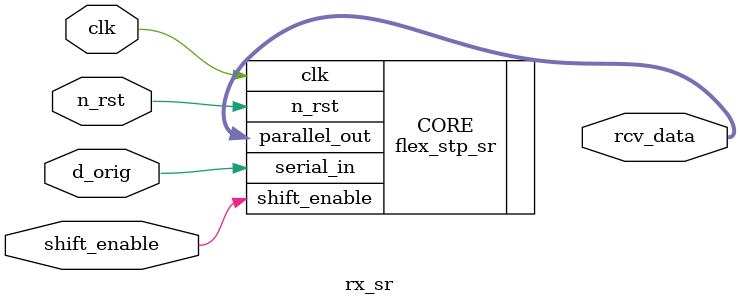
<source format=sv>

module rx_sr
(
	input	wire clk,
	input	wire n_rst,
	input	wire shift_enable,
	input	wire d_orig,
	output	logic [7:0] rcv_data
);
	//Are we accounting for a stop or parity bit???
	//logic [8:0] tmp_data;

  	flex_stp_sr#(
    	.NUM_BITS(8),
		.SHIFT_MSB(1'b0)
  	) 
  	CORE(
		.clk(clk),
    	.n_rst(n_rst),
    	.serial_in(d_orig),
    	.shift_enable(shift_enable),
    	.parallel_out(rcv_data)
  	);

endmodule
</source>
